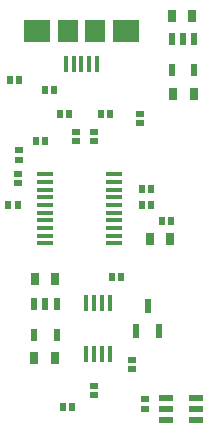
<source format=gbr>
G04 #@! TF.GenerationSoftware,KiCad,Pcbnew,5.0.0-rc2-be01b52~65~ubuntu17.10.1*
G04 #@! TF.CreationDate,2018-07-06T13:28:39-04:00*
G04 #@! TF.ProjectId,pmtcmini-h10770,706D74636D696E692D6831303737302E,rev?*
G04 #@! TF.SameCoordinates,Original*
G04 #@! TF.FileFunction,Paste,Top*
G04 #@! TF.FilePolarity,Positive*
%FSLAX46Y46*%
G04 Gerber Fmt 4.6, Leading zero omitted, Abs format (unit mm)*
G04 Created by KiCad (PCBNEW 5.0.0-rc2-be01b52~65~ubuntu17.10.1) date Fri Jul  6 13:28:39 2018*
%MOMM*%
%LPD*%
G01*
G04 APERTURE LIST*
%ADD10R,0.575000X0.650000*%
%ADD11R,0.650000X0.575000*%
%ADD12R,1.800000X1.900000*%
%ADD13R,2.300000X1.900000*%
%ADD14R,0.400000X1.400000*%
%ADD15R,0.406400X1.371600*%
%ADD16R,0.558800X1.295400*%
%ADD17R,1.475000X0.450000*%
%ADD18R,0.550000X1.050000*%
%ADD19R,1.250000X0.600000*%
%ADD20R,0.670000X1.000000*%
G04 APERTURE END LIST*
D10*
G04 #@! TO.C,R10*
X129325000Y-61600000D03*
X130100000Y-61600000D03*
G04 #@! TD*
D11*
G04 #@! TO.C,R9*
X137375000Y-64425000D03*
X137375000Y-63650000D03*
G04 #@! TD*
D10*
G04 #@! TO.C,R11*
X127175000Y-60725000D03*
X126400000Y-60725000D03*
G04 #@! TD*
D12*
G04 #@! TO.C,J3*
X131300000Y-56575000D03*
X133600000Y-56575000D03*
D13*
X128700000Y-56575000D03*
X136200000Y-56575000D03*
D14*
X131150000Y-59425000D03*
X131800000Y-59425000D03*
X132450000Y-59425000D03*
X133100000Y-59425000D03*
X133750000Y-59425000D03*
G04 #@! TD*
D11*
G04 #@! TO.C,R8*
X133500000Y-86650000D03*
X133500000Y-87425000D03*
G04 #@! TD*
D15*
G04 #@! TO.C,U2*
X134840600Y-83984400D03*
X134180200Y-83984400D03*
X133519800Y-83984400D03*
X132859400Y-83984400D03*
X132859400Y-79615600D03*
X133519800Y-79615600D03*
X134180200Y-79615600D03*
X134840600Y-79615600D03*
G04 #@! TD*
D16*
G04 #@! TO.C,U1*
X138050000Y-79921300D03*
X139000000Y-81978700D03*
X137100000Y-81978700D03*
G04 #@! TD*
D17*
G04 #@! TO.C,U3*
X135238000Y-68725000D03*
X135238000Y-69375000D03*
X135238000Y-70025000D03*
X135238000Y-70675000D03*
X135238000Y-71325000D03*
X135238000Y-71975000D03*
X135238000Y-72625000D03*
X135238000Y-73275000D03*
X135238000Y-73925000D03*
X135238000Y-74575000D03*
X129362000Y-74575000D03*
X129362000Y-73925000D03*
X129362000Y-73275000D03*
X129362000Y-72625000D03*
X129362000Y-71975000D03*
X129362000Y-71325000D03*
X129362000Y-70675000D03*
X129362000Y-70025000D03*
X129362000Y-69375000D03*
X129362000Y-68725000D03*
G04 #@! TD*
D18*
G04 #@! TO.C,U6*
X142000000Y-59900000D03*
X140100000Y-59900000D03*
X140100000Y-57300000D03*
X141050000Y-57300000D03*
X142000000Y-57300000D03*
G04 #@! TD*
G04 #@! TO.C,U4*
X130350000Y-82350000D03*
X128450000Y-82350000D03*
X128450000Y-79750000D03*
X129400000Y-79750000D03*
X130350000Y-79750000D03*
G04 #@! TD*
D19*
G04 #@! TO.C,U5*
X139650000Y-89550000D03*
X139650000Y-88600000D03*
X139650000Y-87650000D03*
X142150000Y-87650000D03*
X142150000Y-88600000D03*
X142150000Y-89550000D03*
G04 #@! TD*
D10*
G04 #@! TO.C,C12*
X130650000Y-63650000D03*
X131425000Y-63650000D03*
G04 #@! TD*
G04 #@! TO.C,C11*
X130912500Y-88400000D03*
X131687500Y-88400000D03*
G04 #@! TD*
G04 #@! TO.C,C10*
X134887500Y-63650000D03*
X134112500Y-63650000D03*
G04 #@! TD*
D11*
G04 #@! TO.C,C6*
X136750000Y-85237500D03*
X136750000Y-84462500D03*
G04 #@! TD*
D10*
G04 #@! TO.C,C4*
X138350000Y-69950000D03*
X137575000Y-69950000D03*
G04 #@! TD*
G04 #@! TO.C,C3*
X126262500Y-71300000D03*
X127037500Y-71300000D03*
G04 #@! TD*
G04 #@! TO.C,C1*
X135837500Y-77450000D03*
X135062500Y-77450000D03*
G04 #@! TD*
G04 #@! TO.C,C2*
X138337500Y-71350000D03*
X137562500Y-71350000D03*
G04 #@! TD*
D20*
G04 #@! TO.C,C9*
X141950000Y-61900000D03*
X140200000Y-61900000D03*
G04 #@! TD*
G04 #@! TO.C,C8*
X130200000Y-84300000D03*
X128450000Y-84300000D03*
G04 #@! TD*
G04 #@! TO.C,C7*
X141850000Y-55350000D03*
X140100000Y-55350000D03*
G04 #@! TD*
G04 #@! TO.C,C5*
X130250000Y-77600000D03*
X128500000Y-77600000D03*
G04 #@! TD*
G04 #@! TO.C,D1*
X139975000Y-74175000D03*
X138225000Y-74175000D03*
G04 #@! TD*
D11*
G04 #@! TO.C,R7*
X137800000Y-88575000D03*
X137800000Y-87800000D03*
G04 #@! TD*
G04 #@! TO.C,R1*
X127075000Y-69450000D03*
X127075000Y-68675000D03*
G04 #@! TD*
G04 #@! TO.C,R2*
X127150000Y-66712500D03*
X127150000Y-67487500D03*
G04 #@! TD*
D10*
G04 #@! TO.C,R3*
X140062500Y-72725000D03*
X139287500Y-72725000D03*
G04 #@! TD*
G04 #@! TO.C,R4*
X128612500Y-65900000D03*
X129387500Y-65900000D03*
G04 #@! TD*
D11*
G04 #@! TO.C,R5*
X132000000Y-65937500D03*
X132000000Y-65162500D03*
G04 #@! TD*
G04 #@! TO.C,R6*
X133550000Y-65937500D03*
X133550000Y-65162500D03*
G04 #@! TD*
M02*

</source>
